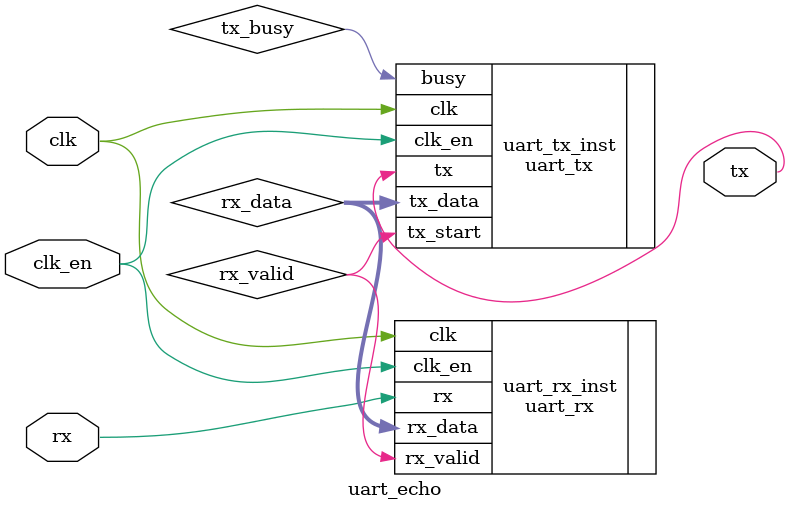
<source format=v>
module uart_echo (
    input  wire clk,
    input  wire clk_en,
    input  wire rx,
    output wire tx
);

    wire [7:0] rx_data;
    wire       rx_valid;
    wire       tx_busy;

    // UART Receiver
    uart_rx uart_rx_inst (
        .clk(clk),
        .clk_en(clk_en),
        .rx(rx),
        .rx_data(rx_data),
        .rx_valid(rx_valid)
    );

    // UART Transmitter
    uart_tx uart_tx_inst (
        .clk(clk),
        .clk_en(clk_en),
        .tx_start(rx_valid),
        .tx_data(rx_data),
        .tx(tx),
        .busy(tx_busy)
    );

endmodule

</source>
